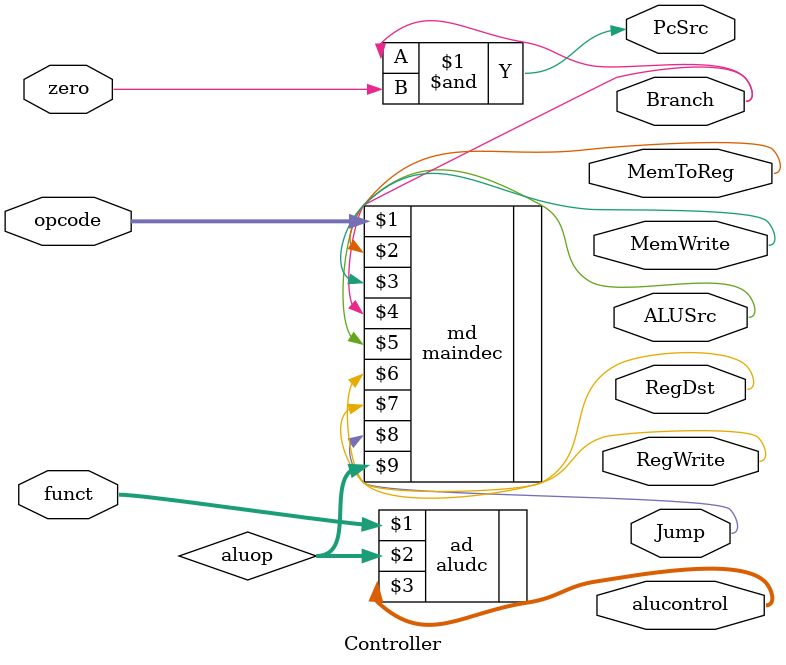
<source format=v>
module Controller (
    input [5:0] opcode,
    input [5:0] funct,
    input zero,
    output MemToReg,
    output MemWrite,
    output PcSrc,
    output ALUSrc,
    output RegDst,
    output RegWrite,
    output Branch,
    output Jump,
    output [2:0] alucontrol
);

    wire [1:0] aluop;

    maindec md(opcode, MemToReg, MemWrite, Branch, ALUSrc, RegDst, RegWrite, Jump, aluop);
    aludc ad(funct, aluop, alucontrol);

    assign PcSrc = Branch & zero;
    
endmodule
</source>
